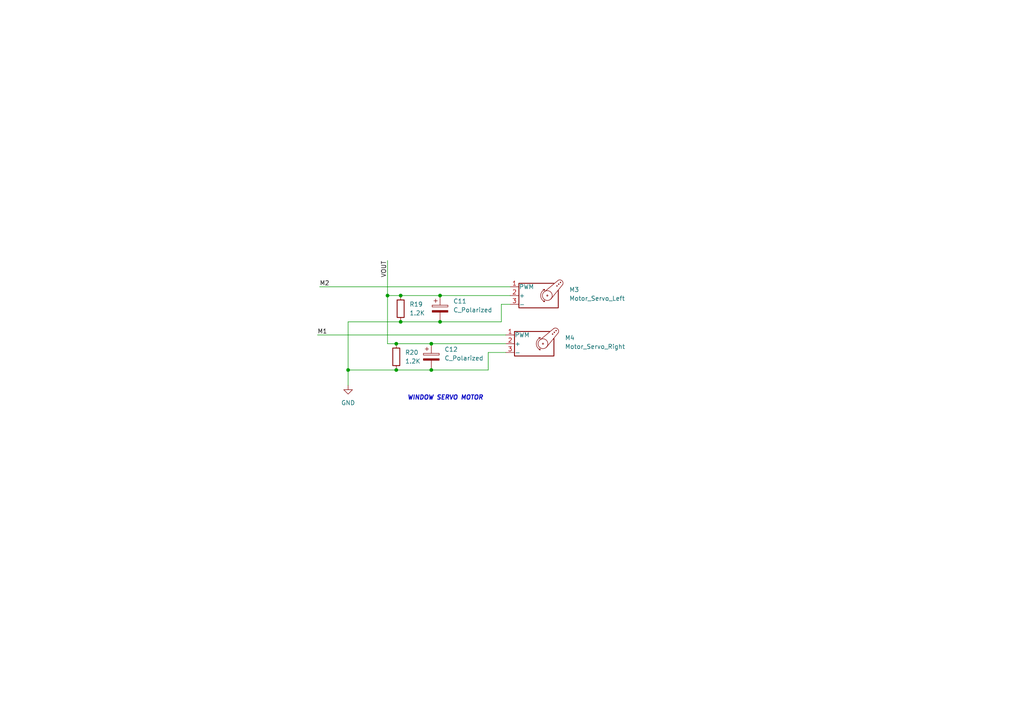
<source format=kicad_sch>
(kicad_sch (version 20211123) (generator eeschema)

  (uuid 9f65294e-d93e-498b-98ba-f648d53d13cc)

  (paper "A4")

  (lib_symbols
    (symbol "Device:C_Polarized" (pin_numbers hide) (pin_names (offset 0.254)) (in_bom yes) (on_board yes)
      (property "Reference" "C" (id 0) (at 0.635 2.54 0)
        (effects (font (size 1.27 1.27)) (justify left))
      )
      (property "Value" "C_Polarized" (id 1) (at 0.635 -2.54 0)
        (effects (font (size 1.27 1.27)) (justify left))
      )
      (property "Footprint" "" (id 2) (at 0.9652 -3.81 0)
        (effects (font (size 1.27 1.27)) hide)
      )
      (property "Datasheet" "~" (id 3) (at 0 0 0)
        (effects (font (size 1.27 1.27)) hide)
      )
      (property "ki_keywords" "cap capacitor" (id 4) (at 0 0 0)
        (effects (font (size 1.27 1.27)) hide)
      )
      (property "ki_description" "Polarized capacitor" (id 5) (at 0 0 0)
        (effects (font (size 1.27 1.27)) hide)
      )
      (property "ki_fp_filters" "CP_*" (id 6) (at 0 0 0)
        (effects (font (size 1.27 1.27)) hide)
      )
      (symbol "C_Polarized_0_1"
        (rectangle (start -2.286 0.508) (end 2.286 1.016)
          (stroke (width 0) (type default) (color 0 0 0 0))
          (fill (type none))
        )
        (polyline
          (pts
            (xy -1.778 2.286)
            (xy -0.762 2.286)
          )
          (stroke (width 0) (type default) (color 0 0 0 0))
          (fill (type none))
        )
        (polyline
          (pts
            (xy -1.27 2.794)
            (xy -1.27 1.778)
          )
          (stroke (width 0) (type default) (color 0 0 0 0))
          (fill (type none))
        )
        (rectangle (start 2.286 -0.508) (end -2.286 -1.016)
          (stroke (width 0) (type default) (color 0 0 0 0))
          (fill (type outline))
        )
      )
      (symbol "C_Polarized_1_1"
        (pin passive line (at 0 3.81 270) (length 2.794)
          (name "~" (effects (font (size 1.27 1.27))))
          (number "1" (effects (font (size 1.27 1.27))))
        )
        (pin passive line (at 0 -3.81 90) (length 2.794)
          (name "~" (effects (font (size 1.27 1.27))))
          (number "2" (effects (font (size 1.27 1.27))))
        )
      )
    )
    (symbol "Device:R" (pin_numbers hide) (pin_names (offset 0)) (in_bom yes) (on_board yes)
      (property "Reference" "R" (id 0) (at 2.032 0 90)
        (effects (font (size 1.27 1.27)))
      )
      (property "Value" "R" (id 1) (at 0 0 90)
        (effects (font (size 1.27 1.27)))
      )
      (property "Footprint" "" (id 2) (at -1.778 0 90)
        (effects (font (size 1.27 1.27)) hide)
      )
      (property "Datasheet" "~" (id 3) (at 0 0 0)
        (effects (font (size 1.27 1.27)) hide)
      )
      (property "ki_keywords" "R res resistor" (id 4) (at 0 0 0)
        (effects (font (size 1.27 1.27)) hide)
      )
      (property "ki_description" "Resistor" (id 5) (at 0 0 0)
        (effects (font (size 1.27 1.27)) hide)
      )
      (property "ki_fp_filters" "R_*" (id 6) (at 0 0 0)
        (effects (font (size 1.27 1.27)) hide)
      )
      (symbol "R_0_1"
        (rectangle (start -1.016 -2.54) (end 1.016 2.54)
          (stroke (width 0.254) (type default) (color 0 0 0 0))
          (fill (type none))
        )
      )
      (symbol "R_1_1"
        (pin passive line (at 0 3.81 270) (length 1.27)
          (name "~" (effects (font (size 1.27 1.27))))
          (number "1" (effects (font (size 1.27 1.27))))
        )
        (pin passive line (at 0 -3.81 90) (length 1.27)
          (name "~" (effects (font (size 1.27 1.27))))
          (number "2" (effects (font (size 1.27 1.27))))
        )
      )
    )
    (symbol "Motor:Motor_Servo" (pin_names (offset 0.0254)) (in_bom yes) (on_board yes)
      (property "Reference" "M" (id 0) (at -5.08 4.445 0)
        (effects (font (size 1.27 1.27)) (justify left))
      )
      (property "Value" "Motor_Servo" (id 1) (at -5.08 -4.064 0)
        (effects (font (size 1.27 1.27)) (justify left top))
      )
      (property "Footprint" "" (id 2) (at 0 -4.826 0)
        (effects (font (size 1.27 1.27)) hide)
      )
      (property "Datasheet" "http://forums.parallax.com/uploads/attachments/46831/74481.png" (id 3) (at 0 -4.826 0)
        (effects (font (size 1.27 1.27)) hide)
      )
      (property "ki_keywords" "Servo Motor" (id 4) (at 0 0 0)
        (effects (font (size 1.27 1.27)) hide)
      )
      (property "ki_description" "Servo Motor (Futaba, HiTec, JR connector)" (id 5) (at 0 0 0)
        (effects (font (size 1.27 1.27)) hide)
      )
      (property "ki_fp_filters" "PinHeader*P2.54mm*" (id 6) (at 0 0 0)
        (effects (font (size 1.27 1.27)) hide)
      )
      (symbol "Motor_Servo_0_1"
        (polyline
          (pts
            (xy 2.413 -1.778)
            (xy 2.032 -1.778)
          )
          (stroke (width 0) (type default) (color 0 0 0 0))
          (fill (type none))
        )
        (polyline
          (pts
            (xy 2.413 -1.778)
            (xy 2.286 -1.397)
          )
          (stroke (width 0) (type default) (color 0 0 0 0))
          (fill (type none))
        )
        (polyline
          (pts
            (xy 2.413 1.778)
            (xy 1.905 1.778)
          )
          (stroke (width 0) (type default) (color 0 0 0 0))
          (fill (type none))
        )
        (polyline
          (pts
            (xy 2.413 1.778)
            (xy 2.286 1.397)
          )
          (stroke (width 0) (type default) (color 0 0 0 0))
          (fill (type none))
        )
        (polyline
          (pts
            (xy 6.35 4.445)
            (xy 2.54 1.27)
          )
          (stroke (width 0) (type default) (color 0 0 0 0))
          (fill (type none))
        )
        (polyline
          (pts
            (xy 7.62 3.175)
            (xy 4.191 -1.016)
          )
          (stroke (width 0) (type default) (color 0 0 0 0))
          (fill (type none))
        )
        (polyline
          (pts
            (xy 5.08 3.556)
            (xy -5.08 3.556)
            (xy -5.08 -3.556)
            (xy 6.35 -3.556)
            (xy 6.35 1.524)
          )
          (stroke (width 0.254) (type default) (color 0 0 0 0))
          (fill (type none))
        )
        (arc (start 2.413 1.778) (mid 1.2406 0) (end 2.413 -1.778)
          (stroke (width 0) (type default) (color 0 0 0 0))
          (fill (type none))
        )
        (circle (center 3.175 0) (radius 0.1778)
          (stroke (width 0) (type default) (color 0 0 0 0))
          (fill (type none))
        )
        (circle (center 3.175 0) (radius 1.4224)
          (stroke (width 0) (type default) (color 0 0 0 0))
          (fill (type none))
        )
        (circle (center 5.969 2.794) (radius 0.127)
          (stroke (width 0) (type default) (color 0 0 0 0))
          (fill (type none))
        )
        (circle (center 6.477 3.302) (radius 0.127)
          (stroke (width 0) (type default) (color 0 0 0 0))
          (fill (type none))
        )
        (circle (center 6.985 3.81) (radius 0.127)
          (stroke (width 0) (type default) (color 0 0 0 0))
          (fill (type none))
        )
        (arc (start 7.62 3.175) (mid 7.4485 4.2735) (end 6.35 4.445)
          (stroke (width 0) (type default) (color 0 0 0 0))
          (fill (type none))
        )
      )
      (symbol "Motor_Servo_1_1"
        (pin passive line (at -7.62 2.54 0) (length 2.54)
          (name "PWM" (effects (font (size 1.27 1.27))))
          (number "1" (effects (font (size 1.27 1.27))))
        )
        (pin passive line (at -7.62 0 0) (length 2.54)
          (name "+" (effects (font (size 1.27 1.27))))
          (number "2" (effects (font (size 1.27 1.27))))
        )
        (pin passive line (at -7.62 -2.54 0) (length 2.54)
          (name "-" (effects (font (size 1.27 1.27))))
          (number "3" (effects (font (size 1.27 1.27))))
        )
      )
    )
    (symbol "power:GND" (power) (pin_names (offset 0)) (in_bom yes) (on_board yes)
      (property "Reference" "#PWR" (id 0) (at 0 -6.35 0)
        (effects (font (size 1.27 1.27)) hide)
      )
      (property "Value" "GND" (id 1) (at 0 -3.81 0)
        (effects (font (size 1.27 1.27)))
      )
      (property "Footprint" "" (id 2) (at 0 0 0)
        (effects (font (size 1.27 1.27)) hide)
      )
      (property "Datasheet" "" (id 3) (at 0 0 0)
        (effects (font (size 1.27 1.27)) hide)
      )
      (property "ki_keywords" "power-flag" (id 4) (at 0 0 0)
        (effects (font (size 1.27 1.27)) hide)
      )
      (property "ki_description" "Power symbol creates a global label with name \"GND\" , ground" (id 5) (at 0 0 0)
        (effects (font (size 1.27 1.27)) hide)
      )
      (symbol "GND_0_1"
        (polyline
          (pts
            (xy 0 0)
            (xy 0 -1.27)
            (xy 1.27 -1.27)
            (xy 0 -2.54)
            (xy -1.27 -1.27)
            (xy 0 -1.27)
          )
          (stroke (width 0) (type default) (color 0 0 0 0))
          (fill (type none))
        )
      )
      (symbol "GND_1_1"
        (pin power_in line (at 0 0 270) (length 0) hide
          (name "GND" (effects (font (size 1.27 1.27))))
          (number "1" (effects (font (size 1.27 1.27))))
        )
      )
    )
  )

  (junction (at 116.205 93.345) (diameter 0) (color 0 0 0 0)
    (uuid 0e7d2099-0d21-47e3-b280-f0c272726755)
  )
  (junction (at 125.095 107.315) (diameter 0) (color 0 0 0 0)
    (uuid 20393fb0-8a95-44e4-81c2-17f1c8780f2c)
  )
  (junction (at 112.395 85.725) (diameter 0) (color 0 0 0 0)
    (uuid 3a42403f-dd2a-47a9-ac89-7842fdbc2e98)
  )
  (junction (at 125.095 99.695) (diameter 0) (color 0 0 0 0)
    (uuid 4ea3ba81-f33e-4f29-ae7b-c86a308ba266)
  )
  (junction (at 127.635 85.725) (diameter 0) (color 0 0 0 0)
    (uuid 7bd8840f-4996-4a3c-97ca-abb4c43e377c)
  )
  (junction (at 116.205 85.725) (diameter 0) (color 0 0 0 0)
    (uuid 8f2a1fcd-0bb6-4842-97e3-bbaf005844e1)
  )
  (junction (at 114.935 107.315) (diameter 0) (color 0 0 0 0)
    (uuid a7bed6ff-1de6-4c23-874b-1f7e2336e05c)
  )
  (junction (at 100.965 107.315) (diameter 0) (color 0 0 0 0)
    (uuid f68063f4-e7d1-4058-b849-17b990f77259)
  )
  (junction (at 114.935 99.695) (diameter 0) (color 0 0 0 0)
    (uuid f8290e45-db0b-4c8c-bb70-428ead3be3d8)
  )
  (junction (at 127.635 93.345) (diameter 0) (color 0 0 0 0)
    (uuid fd655ab3-00fd-4f42-822f-5ef46ba2131b)
  )

  (wire (pts (xy 147.955 88.265) (xy 145.415 88.265))
    (stroke (width 0) (type default) (color 0 0 0 0))
    (uuid 05053488-c8e3-4fb9-b0ac-5d187449f81e)
  )
  (wire (pts (xy 92.71 83.185) (xy 147.955 83.185))
    (stroke (width 0) (type default) (color 0 0 0 0))
    (uuid 1987d132-a372-4310-9d87-3ce2ba3f9f51)
  )
  (wire (pts (xy 127.635 85.725) (xy 147.955 85.725))
    (stroke (width 0) (type default) (color 0 0 0 0))
    (uuid 1b95b364-0333-47fa-ad0b-9818e86710e7)
  )
  (wire (pts (xy 112.395 85.725) (xy 112.395 99.695))
    (stroke (width 0) (type default) (color 0 0 0 0))
    (uuid 4f19b8ad-78f9-4eda-96f4-b90e7e36b5d8)
  )
  (wire (pts (xy 114.935 107.315) (xy 125.095 107.315))
    (stroke (width 0) (type default) (color 0 0 0 0))
    (uuid 60c99a1b-eef3-4a8b-9d2a-88e3a2b9f878)
  )
  (wire (pts (xy 112.395 75.565) (xy 112.395 85.725))
    (stroke (width 0) (type default) (color 0 0 0 0))
    (uuid 65cfde55-48a5-400c-ad7b-eaea1782d6bd)
  )
  (wire (pts (xy 100.965 111.76) (xy 100.965 107.315))
    (stroke (width 0) (type default) (color 0 0 0 0))
    (uuid 6bec41c5-6ae8-4dd5-a0b6-221ffcb0a93f)
  )
  (wire (pts (xy 100.965 93.345) (xy 100.965 107.315))
    (stroke (width 0) (type default) (color 0 0 0 0))
    (uuid 6fc3db89-9150-4499-a604-e36546a9c1d3)
  )
  (wire (pts (xy 146.685 102.235) (xy 141.605 102.235))
    (stroke (width 0) (type default) (color 0 0 0 0))
    (uuid 7552f1ed-048f-4587-8cb1-d292ce37dd6c)
  )
  (wire (pts (xy 127.635 93.345) (xy 145.415 93.345))
    (stroke (width 0) (type default) (color 0 0 0 0))
    (uuid 7750ed2c-1740-4630-b1fa-fc2d1bb4905a)
  )
  (wire (pts (xy 100.965 93.345) (xy 116.205 93.345))
    (stroke (width 0) (type default) (color 0 0 0 0))
    (uuid 79638455-1aa7-45cc-99c6-6c94491f3c1c)
  )
  (wire (pts (xy 100.965 107.315) (xy 114.935 107.315))
    (stroke (width 0) (type default) (color 0 0 0 0))
    (uuid 7a2f39a4-7fff-436e-a16a-33ad4f64be69)
  )
  (wire (pts (xy 112.395 85.725) (xy 116.205 85.725))
    (stroke (width 0) (type default) (color 0 0 0 0))
    (uuid 84bc6f72-8753-4463-b16a-2d6ea02c9285)
  )
  (wire (pts (xy 92.075 97.155) (xy 146.685 97.155))
    (stroke (width 0) (type default) (color 0 0 0 0))
    (uuid 8dd5e9b3-f0ff-492a-930f-8f025ba29326)
  )
  (wire (pts (xy 116.205 93.345) (xy 127.635 93.345))
    (stroke (width 0) (type default) (color 0 0 0 0))
    (uuid 989d8ee1-c705-481e-bf89-9da934c29c2e)
  )
  (wire (pts (xy 114.935 99.695) (xy 125.095 99.695))
    (stroke (width 0) (type default) (color 0 0 0 0))
    (uuid a9151793-0115-4297-8e5b-e7bb85e53a1d)
  )
  (wire (pts (xy 141.605 102.235) (xy 141.605 107.315))
    (stroke (width 0) (type default) (color 0 0 0 0))
    (uuid bcaf73af-ef3a-4416-bd6c-74543544a8d3)
  )
  (wire (pts (xy 112.395 99.695) (xy 114.935 99.695))
    (stroke (width 0) (type default) (color 0 0 0 0))
    (uuid c9dd1522-b788-485e-8d6a-4ff7377d300e)
  )
  (wire (pts (xy 125.095 99.695) (xy 146.685 99.695))
    (stroke (width 0) (type default) (color 0 0 0 0))
    (uuid d2f593fc-9f0a-410f-a14a-d007ba658754)
  )
  (wire (pts (xy 145.415 88.265) (xy 145.415 93.345))
    (stroke (width 0) (type default) (color 0 0 0 0))
    (uuid f7e894d0-0cc2-4554-a242-deca4972324b)
  )
  (wire (pts (xy 125.095 107.315) (xy 141.605 107.315))
    (stroke (width 0) (type default) (color 0 0 0 0))
    (uuid f7fd792d-1749-4d7d-a2cc-5de7cd63f04c)
  )
  (wire (pts (xy 116.205 85.725) (xy 127.635 85.725))
    (stroke (width 0) (type default) (color 0 0 0 0))
    (uuid ff34d24c-5796-4f66-9f0c-201df3212a89)
  )

  (text "WINDOW SERVO MOTOR \n" (at 118.11 116.205 0)
    (effects (font (size 1.27 1.27) (thickness 0.254) bold italic) (justify left bottom))
    (uuid 5677d642-cf34-449f-ac8f-0ac02b530af7)
  )

  (label "M1" (at 92.075 97.155 0)
    (effects (font (size 1.27 1.27)) (justify left bottom))
    (uuid 5b91f28d-8453-4a71-878f-24bd563df483)
  )
  (label "VOUT" (at 112.395 75.565 270)
    (effects (font (size 1.27 1.27)) (justify right bottom))
    (uuid 6b42a0ef-7a24-4a34-a9b5-020cc8bacef2)
  )
  (label "M2" (at 92.71 83.185 0)
    (effects (font (size 1.27 1.27)) (justify left bottom))
    (uuid 73d7b7e7-12a8-43fe-96cf-cccabff3f319)
  )

  (symbol (lib_id "Device:R") (at 116.205 89.535 0) (unit 1)
    (in_bom yes) (on_board yes) (fields_autoplaced)
    (uuid 4a020ef9-0771-473f-8317-16229488bcc6)
    (property "Reference" "R19" (id 0) (at 118.745 88.2649 0)
      (effects (font (size 1.27 1.27)) (justify left))
    )
    (property "Value" "1.2K" (id 1) (at 118.745 90.8049 0)
      (effects (font (size 1.27 1.27)) (justify left))
    )
    (property "Footprint" "Resistor_THT:R_Box_L13.0mm_W4.0mm_P9.00mm" (id 2) (at 114.427 89.535 90)
      (effects (font (size 1.27 1.27)) hide)
    )
    (property "Datasheet" "~" (id 3) (at 116.205 89.535 0)
      (effects (font (size 1.27 1.27)) hide)
    )
    (pin "1" (uuid d58654ef-993c-45d5-aaf3-0370bfdb4cba))
    (pin "2" (uuid cc5f538d-e0ff-4643-891b-0c98a61ed46c))
  )

  (symbol (lib_id "Device:C_Polarized") (at 127.635 89.535 0) (unit 1)
    (in_bom yes) (on_board yes) (fields_autoplaced)
    (uuid 7cb19131-3f17-44aa-8f0e-3961a0b143c0)
    (property "Reference" "C11" (id 0) (at 131.445 87.3759 0)
      (effects (font (size 1.27 1.27)) (justify left))
    )
    (property "Value" "C_Polarized" (id 1) (at 131.445 89.9159 0)
      (effects (font (size 1.27 1.27)) (justify left))
    )
    (property "Footprint" "Capacitor_THT:CP_Radial_D5.0mm_P2.00mm" (id 2) (at 128.6002 93.345 0)
      (effects (font (size 1.27 1.27)) hide)
    )
    (property "Datasheet" "~" (id 3) (at 127.635 89.535 0)
      (effects (font (size 1.27 1.27)) hide)
    )
    (pin "1" (uuid 7700b734-8c52-4a26-8f70-ec23d730ec8a))
    (pin "2" (uuid 6dcde983-c3e4-4875-99f4-b1717da1d4bd))
  )

  (symbol (lib_id "Motor:Motor_Servo") (at 154.305 99.695 0) (unit 1)
    (in_bom yes) (on_board yes) (fields_autoplaced)
    (uuid 9e0ec943-03e6-4d28-831d-5149e1bd4616)
    (property "Reference" "M4" (id 0) (at 163.83 97.9915 0)
      (effects (font (size 1.27 1.27)) (justify left))
    )
    (property "Value" "Motor_Servo_Right" (id 1) (at 163.83 100.5315 0)
      (effects (font (size 1.27 1.27)) (justify left))
    )
    (property "Footprint" "" (id 2) (at 154.305 104.521 0)
      (effects (font (size 1.27 1.27)) hide)
    )
    (property "Datasheet" "http://forums.parallax.com/uploads/attachments/46831/74481.png" (id 3) (at 154.305 104.521 0)
      (effects (font (size 1.27 1.27)) hide)
    )
    (pin "1" (uuid f4405c40-01ed-46ec-89e1-e16281146bdb))
    (pin "2" (uuid 86e7af14-3b66-4ce3-b6f2-2d36c157b4df))
    (pin "3" (uuid 6676d4cf-1ea2-4a71-9e3e-5b1918dec451))
  )

  (symbol (lib_id "power:GND") (at 100.965 111.76 0) (unit 1)
    (in_bom yes) (on_board yes) (fields_autoplaced)
    (uuid a92925c9-8cad-4e21-9963-1a14e001e508)
    (property "Reference" "#PWR0101" (id 0) (at 100.965 118.11 0)
      (effects (font (size 1.27 1.27)) hide)
    )
    (property "Value" "GND" (id 1) (at 100.965 116.84 0))
    (property "Footprint" "" (id 2) (at 100.965 111.76 0)
      (effects (font (size 1.27 1.27)) hide)
    )
    (property "Datasheet" "" (id 3) (at 100.965 111.76 0)
      (effects (font (size 1.27 1.27)) hide)
    )
    (pin "1" (uuid b76b01ed-30af-4575-afb5-e2b1b7cad4c1))
  )

  (symbol (lib_id "Device:R") (at 114.935 103.505 0) (unit 1)
    (in_bom yes) (on_board yes) (fields_autoplaced)
    (uuid baa55f20-5d75-4c79-8711-11abd643cf3c)
    (property "Reference" "R20" (id 0) (at 117.475 102.2349 0)
      (effects (font (size 1.27 1.27)) (justify left))
    )
    (property "Value" "1.2K" (id 1) (at 117.475 104.7749 0)
      (effects (font (size 1.27 1.27)) (justify left))
    )
    (property "Footprint" "Resistor_THT:R_Box_L13.0mm_W4.0mm_P9.00mm" (id 2) (at 113.157 103.505 90)
      (effects (font (size 1.27 1.27)) hide)
    )
    (property "Datasheet" "~" (id 3) (at 114.935 103.505 0)
      (effects (font (size 1.27 1.27)) hide)
    )
    (pin "1" (uuid ee507add-556b-4632-adc9-f7ef350f0939))
    (pin "2" (uuid f902433f-794c-4c63-95c6-9b7cdb9589de))
  )

  (symbol (lib_id "Device:C_Polarized") (at 125.095 103.505 0) (unit 1)
    (in_bom yes) (on_board yes) (fields_autoplaced)
    (uuid c9c2a2c4-4d77-45ad-983e-9abaccfd0661)
    (property "Reference" "C12" (id 0) (at 128.905 101.3459 0)
      (effects (font (size 1.27 1.27)) (justify left))
    )
    (property "Value" "C_Polarized" (id 1) (at 128.905 103.8859 0)
      (effects (font (size 1.27 1.27)) (justify left))
    )
    (property "Footprint" "Capacitor_THT:CP_Radial_D4.0mm_P2.00mm" (id 2) (at 126.0602 107.315 0)
      (effects (font (size 1.27 1.27)) hide)
    )
    (property "Datasheet" "~" (id 3) (at 125.095 103.505 0)
      (effects (font (size 1.27 1.27)) hide)
    )
    (pin "1" (uuid 85dbc2da-229d-4385-a9bd-b544dd6b92e7))
    (pin "2" (uuid 17deb019-3045-41e0-82d8-73cff58ca4c5))
  )

  (symbol (lib_id "Motor:Motor_Servo") (at 155.575 85.725 0) (unit 1)
    (in_bom yes) (on_board yes) (fields_autoplaced)
    (uuid e5b9277b-206b-425e-96ce-f6e6edc43621)
    (property "Reference" "M3" (id 0) (at 165.1 84.0215 0)
      (effects (font (size 1.27 1.27)) (justify left))
    )
    (property "Value" "Motor_Servo_Left " (id 1) (at 165.1 86.5615 0)
      (effects (font (size 1.27 1.27)) (justify left))
    )
    (property "Footprint" "" (id 2) (at 155.575 90.551 0)
      (effects (font (size 1.27 1.27)) hide)
    )
    (property "Datasheet" "http://forums.parallax.com/uploads/attachments/46831/74481.png" (id 3) (at 155.575 90.551 0)
      (effects (font (size 1.27 1.27)) hide)
    )
    (pin "1" (uuid 86620a35-4625-499f-a823-60a7bdf188bf))
    (pin "2" (uuid 8bef3705-4f81-4e27-90c9-cb0a04f76f8e))
    (pin "3" (uuid 206fc83b-c675-4791-8b67-fb2d22cfe8f6))
  )
)

</source>
